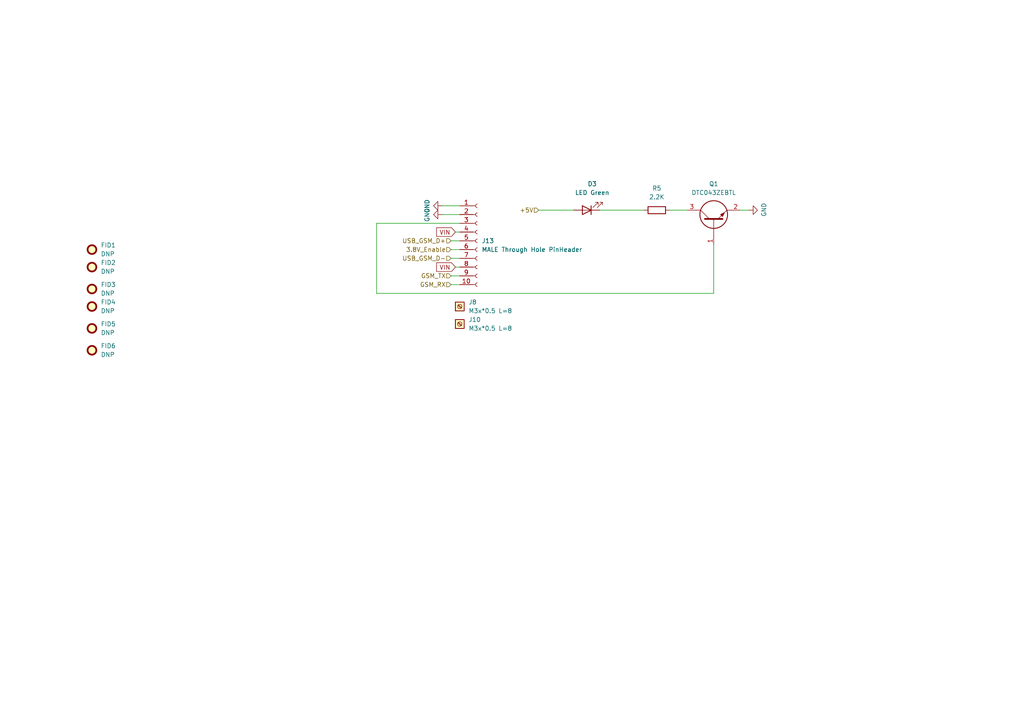
<source format=kicad_sch>
(kicad_sch (version 20231120) (generator "eeschema") (generator_version "8.0")
  (paper "A4")
  (lib_symbols
    (symbol "Connector:Conn_01x10_Socket" (pin_names (offset 1.016) hide)
      (property "Reference" "J" (at 0 12.7 0))
      (property "Value" "Conn_01x10_Socket" (at 0 -15.24 0))
      (symbol "Conn_01x10_Socket_1_1"
        (arc (start 0 -12.192) (mid -0.5058 -12.7) (end 0 -13.208) (stroke (width 0.1524)))
        (arc (start 0 -9.652) (mid -0.5058 -10.16) (end 0 -10.668) (stroke (width 0.1524)))
        (arc (start 0 -7.112) (mid -0.5058 -7.62) (end 0 -8.128) (stroke (width 0.1524)))
        (arc (start 0 -4.572) (mid -0.5058 -5.08) (end 0 -5.588) (stroke (width 0.1524)))
        (arc (start 0 -2.032) (mid -0.5058 -2.54) (end 0 -3.048) (stroke (width 0.1524)))
        (polyline (pts (xy -1.27 -12.7) (xy -0.508 -12.7)) (stroke (width 0.1524)))
        (polyline (pts (xy -1.27 -10.16) (xy -0.508 -10.16)) (stroke (width 0.1524)))
        (polyline (pts (xy -1.27 -7.62) (xy -0.508 -7.62)) (stroke (width 0.1524)))
        (polyline (pts (xy -1.27 -5.08) (xy -0.508 -5.08)) (stroke (width 0.1524)))
        (polyline (pts (xy -1.27 -2.54) (xy -0.508 -2.54)) (stroke (width 0.1524)))
        (polyline (pts (xy -1.27 0) (xy -0.508 0)) (stroke (width 0.1524)))
        (polyline (pts (xy -1.27 2.54) (xy -0.508 2.54)) (stroke (width 0.1524)))
        (polyline (pts (xy -1.27 5.08) (xy -0.508 5.08)) (stroke (width 0.1524)))
        (polyline (pts (xy -1.27 7.62) (xy -0.508 7.62)) (stroke (width 0.1524)))
        (polyline (pts (xy -1.27 10.16) (xy -0.508 10.16)) (stroke (width 0.1524)))
        (arc (start 0 0.508) (mid -0.5058 0) (end 0 -0.508) (stroke (width 0.1524)))
        (arc (start 0 3.048) (mid -0.5058 2.54) (end 0 2.032) (stroke (width 0.1524)))
        (arc (start 0 5.588) (mid -0.5058 5.08) (end 0 4.572) (stroke (width 0.1524)))
        (arc (start 0 8.128) (mid -0.5058 7.62) (end 0 7.112) (stroke (width 0.1524)))
        (arc (start 0 10.668) (mid -0.5058 10.16) (end 0 9.652) (stroke (width 0.1524)))
        (pin passive line (at -5.08 10.16 0) (length 3.81) (name "Pin_1") (number "1"))
        (pin passive line (at -5.08 -12.7 0) (length 3.81) (name "Pin_10") (number "10"))
        (pin passive line (at -5.08 7.62 0) (length 3.81) (name "Pin_2") (number "2"))
        (pin passive line (at -5.08 5.08 0) (length 3.81) (name "Pin_3") (number "3"))
        (pin passive line (at -5.08 2.54 0) (length 3.81) (name "Pin_4") (number "4"))
        (pin passive line (at -5.08 0 0) (length 3.81) (name "Pin_5") (number "5"))
        (pin passive line (at -5.08 -2.54 0) (length 3.81) (name "Pin_6") (number "6"))
        (pin passive line (at -5.08 -5.08 0) (length 3.81) (name "Pin_7") (number "7"))
        (pin passive line (at -5.08 -7.62 0) (length 3.81) (name "Pin_8") (number "8"))
        (pin passive line (at -5.08 -10.16 0) (length 3.81) (name "Pin_9") (number "9"))
      )
    )
    (symbol "Connector:Screw_Terminal_01x01" (pin_names (offset 1.016) hide)
      (property "Reference" "J10" (at 2.54 1.27 0))
      (property "Value" "Screw_Terminal_01x01" (at 2.54 -1.27 0))
      (symbol "Screw_Terminal_01x01_1_1"
        (rectangle (start -1.27 1.27) (end 1.27 -1.27) (stroke (width 0.254)) (fill (type background)))
        (polyline (pts (xy -0.5334 0.3302) (xy 0.3302 -0.508)) (stroke (width 0.1524)))
        (polyline (pts (xy -0.3556 0.508) (xy 0.508 -0.3302)) (stroke (width 0.1524)))
        (circle (center 0 0) (radius 0.635) (stroke (width 0.1524)))
      )
    )
    (symbol "DTC043ZEBTL:DTC043ZEBTL" (pin_names (offset 0.762))
      (property "Reference" "Q" (at 13.97 1.27 0))
      (property "Value" "DTC043ZEBTL" (at 13.97 -1.27 0))
      (symbol "DTC043ZEBTL_0_0"
        (pin passive line (at 0 0 0) (length 2.54) (name "~") (number "1"))
        (pin passive line (at 10.16 -7.62 90) (length 2.54) (name "~") (number "2"))
        (pin passive line (at 10.16 7.62 270) (length 2.54) (name "~") (number "3"))
      )
      (symbol "DTC043ZEBTL_0_1"
        (polyline (pts (xy 2.54 0) (xy 7.62 0)) (stroke (width 0.1524)))
        (polyline (pts (xy 7.62 -1.27) (xy 10.16 -3.81)) (stroke (width 0.1524)))
        (polyline (pts (xy 7.62 1.27) (xy 10.16 3.81)) (stroke (width 0.1524)))
        (polyline (pts (xy 7.62 2.54) (xy 7.62 -2.54)) (stroke (width 0.508)))
        (polyline (pts (xy 10.16 -3.81) (xy 10.16 -5.08)) (stroke (width 0.1524)))
        (polyline (pts (xy 10.16 3.81) (xy 10.16 5.08)) (stroke (width 0.1524)))
        (polyline (pts (xy 8.382 -2.54) (xy 8.89 -2.032) (xy 9.398 -3.048) (xy 8.382 -2.54)) (stroke (width 0.254)) (fill (type outline)))
        (circle (center 8.89 0) (radius 4.0132) (stroke (width 0.254)))
      )
    )
    (symbol "Device:LED" (pin_numbers hide) (pin_names (offset 1.016) hide)
      (property "Reference" "D" (at 0 2.54 0))
      (property "Value" "LED" (at 0 -2.54 0))
      (symbol "LED_0_1"
        (polyline (pts (xy -1.27 -1.27) (xy -1.27 1.27)) (stroke (width 0.254)))
        (polyline (pts (xy -1.27 0) (xy 1.27 0)))
        (polyline (pts (xy 1.27 -1.27) (xy 1.27 1.27) (xy -1.27 0) (xy 1.27 -1.27)) (stroke (width 0.254)))
        (polyline (pts (xy -3.048 -0.762) (xy -4.572 -2.286) (xy -3.81 -2.286) (xy -4.572 -2.286) (xy -4.572 -1.524)))
        (polyline (pts (xy -1.778 -0.762) (xy -3.302 -2.286) (xy -2.54 -2.286) (xy -3.302 -2.286) (xy -3.302 -1.524)))
      )
      (symbol "LED_1_1"
        (pin passive line (at -3.81 0 0) (length 2.54) (name "K") (number "1"))
        (pin passive line (at 3.81 0 180) (length 2.54) (name "A") (number "2"))
      )
    )
    (symbol "Device:R" (pin_numbers hide) (pin_names (offset 0))
      (property "Reference" "R" (at 2.032 0 90))
      (property "Value" "R" (at 0 0 90))
      (symbol "R_0_1"
        (rectangle (start -1.016 -2.54) (end 1.016 2.54) (stroke (width 0.254)))
      )
      (symbol "R_1_1"
        (pin passive line (at 0 3.81 270) (length 1.27) (name "~") (number "1"))
        (pin passive line (at 0 -3.81 90) (length 1.27) (name "~") (number "2"))
      )
    )
    (symbol "Mechanical:Fiducial"
      (property "Reference" "FID" (at 0 5.08 0))
      (property "Value" "Fiducial" (at 0 3.175 0))
      (symbol "Fiducial_0_1"
        (circle (center 0 0) (radius 1.27) (stroke (width 0.508)) (fill (type background)))
      )
    )
    (symbol "Screw_Terminal_01x01_1" (pin_names (offset 1.016) hide)
      (property "Reference" "J8" (at 2.54 1.27 0))
      (property "Value" "Screw_Terminal_01x01" (at 2.54 -1.27 0))
      (symbol "Screw_Terminal_01x01_1_1_1"
        (rectangle (start -1.27 1.27) (end 1.27 -1.27) (stroke (width 0.254)) (fill (type background)))
        (polyline (pts (xy -0.5334 0.3302) (xy 0.3302 -0.508)) (stroke (width 0.1524)))
        (polyline (pts (xy -0.3556 0.508) (xy 0.508 -0.3302)) (stroke (width 0.1524)))
        (circle (center 0 0) (radius 0.635) (stroke (width 0.1524)))
      )
    )
    (symbol "power:GND" (power) (pin_names (offset 0))
      (property "Value" "GND" (at 0 -3.81 0))
      (symbol "GND_0_1"
        (polyline (pts (xy 0 0) (xy 0 -1.27) (xy 1.27 -1.27) (xy 0 -2.54) (xy -1.27 -1.27) (xy 0 -1.27)))
      )
      (symbol "GND_1_1"
        (pin power_in line (at 0 0 270) (length 0) hide (name "GND") (number "1"))
      )
    )
  )
  (wire (pts (xy 132.08 77.47) (xy 133.35 77.47)))
  (wire (pts (xy 130.81 69.85) (xy 133.35 69.85)))
  (wire (pts (xy 132.08 67.31) (xy 133.35 67.31)))
  (wire (pts (xy 128.27 59.69) (xy 133.35 59.69)))
  (wire (pts (xy 130.81 72.39) (xy 133.35 72.39)))
  (wire (pts (xy 128.27 62.23) (xy 133.35 62.23)))
  (wire (pts (xy 194.31 60.96) (xy 199.39 60.96)))
  (wire (pts (xy 207.01 85.09) (xy 109.22 85.09)))
  (wire (pts (xy 130.81 80.01) (xy 133.35 80.01)))
  (wire (pts (xy 207.01 71.12) (xy 207.01 85.09)))
  (wire (pts (xy 109.22 64.77) (xy 109.22 85.09)))
  (wire (pts (xy 217.17 60.96) (xy 214.63 60.96)))
  (wire (pts (xy 130.81 74.93) (xy 133.35 74.93)))
  (wire (pts (xy 130.81 82.55) (xy 133.35 82.55)))
  (wire (pts (xy 173.99 60.96) (xy 186.69 60.96)))
  (wire (pts (xy 109.22 64.77) (xy 133.35 64.77)))
  (wire (pts (xy 156.21 60.96) (xy 166.37 60.96)))
  (global_label "VIN" (shape input) (at 132.08 67.31 180) (property "Intersheetrefs" "${INTERSHEET_REFS}" (effects (hide yes))))
  (global_label "VIN" (shape input) (at 132.08 77.47 180) (property "Intersheetrefs" "${INTERSHEET_REFS}" (effects (hide yes))))
  (hierarchical_label "+5V" (shape input) (at 156.21 60.96 180))
  (hierarchical_label "GSM_TX" (shape input) (at 130.81 80.01 180))
  (hierarchical_label "GSM_RX" (shape input) (at 130.81 82.55 180))
  (hierarchical_label "USB_GSM_D-" (shape input) (at 130.81 74.93 180))
  (hierarchical_label "USB_GSM_D+" (shape input) (at 130.81 69.85 180))
  (hierarchical_label "3.8V_Enable" (shape input) (at 130.81 72.39 180))
  (symbol (lib_id "Mechanical:Fiducial") (at 26.67 88.9 0) (unit 1)
    (property "Reference" "FID4" (at 29.21 87.6299 0) (effects (justify left)))
    (property "Value" "DNP" (at 29.21 90.1699 0) (effects (justify left)))
    (property "Footprint" "Fiducial:Fiducial_0.5mm_Mask1mm" (effects (hide yes)))
    (property "Description" "Fiducial Marker" (effects (hide yes)))
    (property "MPN" "Fiducial" (effects (hide yes)))
  )
  (symbol (lib_id "Mechanical:Fiducial") (at 26.67 101.6 0) (unit 1)
    (property "Reference" "FID6" (at 29.21 100.3299 0) (effects (justify left)))
    (property "Value" "DNP" (at 29.21 102.8699 0) (effects (justify left)))
    (property "Footprint" "Fiducial:Fiducial_0.5mm_Mask1mm" (effects (hide yes)))
    (property "Description" "Fiducial Marker" (effects (hide yes)))
    (property "MPN" "Fiducial" (effects (hide yes)))
  )
  (symbol (lib_id "Connector:Screw_Terminal_01x01") (at 133.35 93.98 0) (unit 1)
    (property "Reference" "J10" (at 135.89 92.71 0) (effects (justify left)))
    (property "Value" "M3x*0.5 L=8" (at 135.89 95.25 0) (effects (justify left)))
    (property "Footprint" "Screw_terminal:Screw_terminal_shinbo" (effects (hide yes)))
    (property "Description" "Generic screw terminal, single row, 01x01, script generated (kicad-library-utils/schlib/autogen/connector/)" (effects (hide yes)))
    (property "MPN" "M3x*0.5 L=8" (effects (hide yes)))
  )
  (symbol (lib_name "Screw_Terminal_01x01_1") (lib_id "Connector:Screw_Terminal_01x01") (at 133.35 88.9 0) (unit 1)
    (property "Reference" "J8" (at 135.89 87.63 0) (effects (justify left)))
    (property "Value" "M3x*0.5 L=8" (at 135.89 90.17 0) (effects (justify left)))
    (property "Footprint" "Screw_terminal:Screw_terminal_shinbo" (effects (hide yes)))
    (property "Description" "Generic screw terminal, single row, 01x01, script generated (kicad-library-utils/schlib/autogen/connector/)" (effects (hide yes)))
    (property "MPN" "M3x*0.5 L=8" (effects (hide yes)))
  )
  (symbol (lib_id "Mechanical:Fiducial") (at 26.67 95.25 0) (unit 1)
    (property "Reference" "FID5" (at 29.21 93.9799 0) (effects (justify left)))
    (property "Value" "DNP" (at 29.21 96.5199 0) (effects (justify left)))
    (property "Footprint" "Fiducial:Fiducial_0.5mm_Mask1mm" (effects (hide yes)))
    (property "Description" "Fiducial Marker" (effects (hide yes)))
    (property "MPN" "Fiducial" (effects (hide yes)))
  )
  (symbol (lib_id "Device:LED") (at 170.18 60.96 180) (unit 1)
    (property "Reference" "D3" (at 171.7675 53.34 0))
    (property "Value" "LED Green" (at 171.7675 55.88 0))
    (property "Footprint" "150080VS75000:LEDC2012X80N" (effects (hide yes)))
    (property "Description" "Light emitting diode" (effects (hide yes)))
    (property "Link" "https://www.digikey.com/en/products/detail/würth-elektronik/150080VS75000/4489924" (effects (hide yes)))
    (property "MPN" "150080VS75000" (effects (hide yes)))
  )
  (symbol (lib_id "Connector:Conn_01x10_Socket") (at 138.43 69.85 0) (unit 1)
    (property "Reference" "J13" (at 139.7 69.8499 0) (effects (justify left)))
    (property "Value" "MALE Through Hole PinHeader " (at 139.7 72.3899 0) (effects (justify left)))
    (property "Footprint" "Connector_PinHeader_2.00mm:PinHeader_2x05_P2.00mm_Vertical" (effects (hide yes)))
    (property "Description" "Generic connector, single row, 01x10, script generated" (effects (hide yes)))
    (property "MPN" "MALE 2x05_P2.00mm Through Hole PinHeader " (effects (hide yes)))
  )
  (symbol (lib_id "power:GND") (at 128.27 62.23 270) (unit 1)
    (property "Reference" "#PWR041" (effects (hide yes)))
    (property "Value" "GND" (at 123.8758 62.357 0))
    (instances (project "CamTracker_CM4_V3.1" (path "" (reference "#PWR041") (unit 1))) (project "CM4" (path "" (reference "#PWR02") (unit 1))) (project "CM4IOv5" (path "" (reference "#PWR0109") (unit 1))))
  )
  (symbol (lib_id "power:GND") (at 128.27 59.69 270) (unit 1)
    (property "Reference" "#PWR025" (effects (hide yes)))
    (property "Value" "GND" (at 123.8758 59.817 0))
    (instances (project "CamTracker_CM4_V3.1" (path "" (reference "#PWR025") (unit 1))) (project "CM4" (path "" (reference "#PWR02") (unit 1))) (project "CM4IOv5" (path "" (reference "#PWR0109") (unit 1))))
  )
  (symbol (lib_id "Device:R") (at 190.5 60.96 90) (unit 1)
    (property "Reference" "R5" (at 190.5 54.61 90))
    (property "Value" "2.2K" (at 190.5 57.15 90))
    (property "Footprint" "Resistor_SMD:R_0603_1608Metric" (effects (hide yes)))
    (property "Description" "Resistor" (effects (hide yes)))
  )
  (symbol (lib_id "DTC043ZEBTL:DTC043ZEBTL") (at 207.01 71.12 90) (unit 1)
    (property "Reference" "Q1" (at 207.01 53.34 90))
    (property "Value" "DTC043ZEBTL" (at 207.01 55.88 90))
    (property "Footprint" "Cam_Tracker_V3.1:SOTFL50P160X85-3N" (effects (hide yes)))
    (property "Datasheet" "http://rohmfs.rohm.com/en/products/databook/datasheet/discrete/transistor/digital/dtc043zmt2l-e.pdf" (effects (hide yes)))
    (property "Description" "NPN Digital transistor,50V,100mA,SOT416F ROHM, DTC043ZEBTL NPN Digital Transistor, 0.1 A 50 V 4.7 k, Ratio Of 10, 3-Pin SOT-416F" (effects (hide yes)))
    (property "Height" "0.85" (effects (hide yes)))
    (property "Manufacturer_Name" "ROHM Semiconductor" (effects (hide yes)))
    (property "Manufacturer_Part_Number" "DTC043ZEBTL" (effects (hide yes)))
    (property "Mouser Part Number" "755-DTC043ZEBTL" (effects (hide yes)))
    (property "Mouser Price/Stock" "https://www.mouser.co.uk/ProductDetail/ROHM-Semiconductor/DTC043ZEBTL?qs=n7vHx8wJlDGyWrBOh0icRQ%3D%3D" (effects (hide yes)))
    (property "Link" "https://www.lcsc.com/product-detail/Digital-Transistors_ROHM-Semicon-DTC043ZEBTL_C96459.html" (effects (hide yes)))
    (property "MPN" "DTC043ZEBTL" (effects (hide yes)))
  )
  (symbol (lib_id "Mechanical:Fiducial") (at 26.67 77.47 0) (unit 1)
    (property "Reference" "FID2" (at 29.21 76.1999 0) (effects (justify left)))
    (property "Value" "DNP" (at 29.21 78.7399 0) (effects (justify left)))
    (property "Footprint" "Fiducial:Fiducial_0.5mm_Mask1mm" (effects (hide yes)))
    (property "Description" "Fiducial Marker" (effects (hide yes)))
    (property "MPN" "Fiducial" (effects (hide yes)))
  )
  (symbol (lib_id "Mechanical:Fiducial") (at 26.67 72.39 0) (unit 1)
    (property "Reference" "FID1" (at 29.21 71.1199 0) (effects (justify left)))
    (property "Value" "DNP" (at 29.21 73.6599 0) (effects (justify left)))
    (property "Footprint" "Fiducial:Fiducial_0.5mm_Mask1mm" (effects (hide yes)))
    (property "Description" "Fiducial Marker" (effects (hide yes)))
    (property "MPN" "Fiducial" (effects (hide yes)))
  )
  (symbol (lib_id "power:GND") (at 217.17 60.96 90) (unit 1)
    (property "Reference" "#PWR042" (effects (hide yes)))
    (property "Value" "GND" (at 221.5642 60.833 0))
    (instances (project "CamTracker_CM4_V3.1" (path "" (reference "#PWR042") (unit 1))) (project "CM4" (path "" (reference "#PWR02") (unit 1))) (project "CM4IOv5" (path "" (reference "#PWR0109") (unit 1))))
  )
  (symbol (lib_id "Mechanical:Fiducial") (at 26.67 83.82 0) (unit 1)
    (property "Reference" "FID3" (at 29.21 82.5499 0) (effects (justify left)))
    (property "Value" "DNP" (at 29.21 85.0899 0) (effects (justify left)))
    (property "Footprint" "Fiducial:Fiducial_0.5mm_Mask1mm" (effects (hide yes)))
    (property "Description" "Fiducial Marker" (effects (hide yes)))
    (property "MPN" "Fiducial" (effects (hide yes)))
  )
)
</source>
